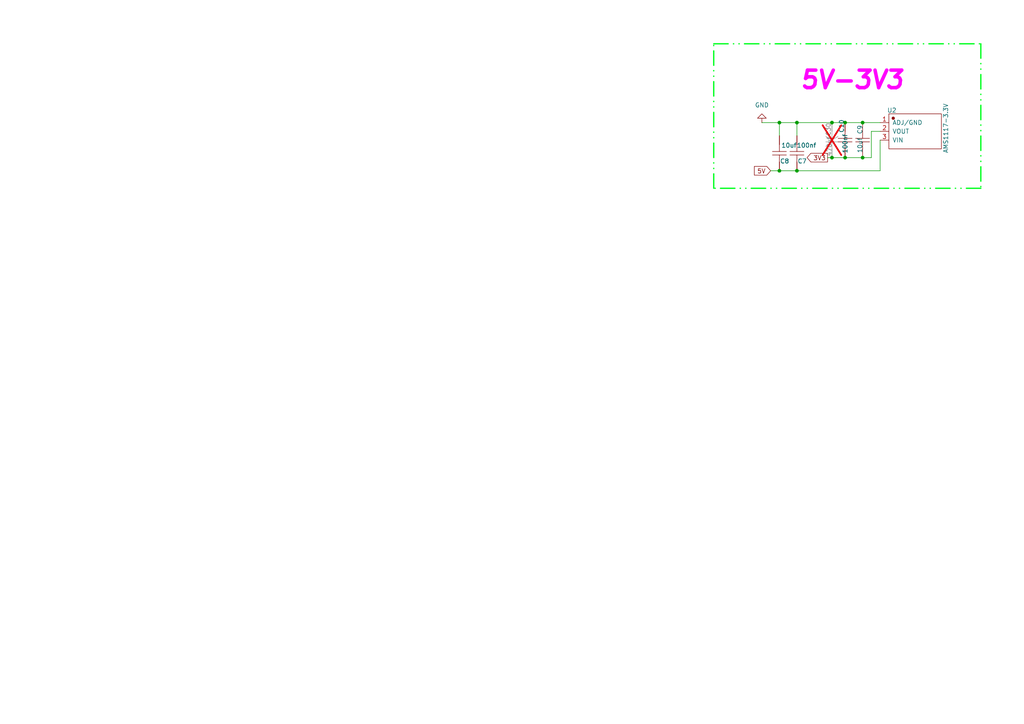
<source format=kicad_sch>
(kicad_sch (version 20231120) (generator "eeschema") (generator_version "8.0")
  (paper "A4")
  (title_block (title "5-3V3") (date "2025-01-24") (rev "Dennis_Re_Yoonjiho"))
  (lib_symbols
    (symbol "Ts_Foc_Vo符号库:AMS1117-3.3V" (pin_names (offset 1.016))
      (property "Reference" "U" (at -4.318 6.096 0))
      (property "Value" "AMS1117-3.3V" (at 2.54 -6.096 0))
      (symbol "AMS1117-3.3V_1_1"
        (rectangle (start -5.08 5.08) (end 10.16 -5.08) (stroke (width 0.1524)))
        (circle (center -3.81 3.81) (radius 0.381) (stroke (width 0.1524)) (fill (type outline)))
        (pin input line (at -7.62 2.54 0) (length 2.54) (name "ADJ/GND") (number "1"))
        (pin input line (at -7.62 0 0) (length 2.54) (name "VOUT") (number "2"))
        (pin input line (at -7.62 -2.54 0) (length 2.54) (name "VIN") (number "3"))
      )
    )
    (symbol "Ts_Foc_Vo符号库:CAP" (pin_numbers hide) (pin_names (offset 1.016) hide)
      (property "Reference" "C" (at -2.286 1.524 0))
      (property "Value" "Value" (at 3.81 1.524 0))
      (symbol "CAP_1_1"
        (polyline (pts (xy -0.508 -2.032) (xy -0.508 2.032)) (stroke (width 0.1524)))
        (polyline (pts (xy -0.508 0) (xy -2.54 0)) (stroke (width 0.1524)))
        (polyline (pts (xy 0.508 2.032) (xy 0.508 -2.032)) (stroke (width 0.1524)))
        (polyline (pts (xy 2.54 0) (xy 0.508 0)) (stroke (width 0.1524)))
        (pin input line (at -5.08 0 0) (length 2.54) (name "1") (number "1"))
        (pin input line (at 5.08 0 180) (length 2.54) (name "2") (number "2"))
      )
    )
    (symbol "Ts_Foc_Vo符号库:Cap_Electrolytic" (pin_numbers hide) (pin_names (offset 1.016) hide)
      (property "Reference" "C" (at -4.318 2.286 0))
      (property "Value" "Cap_Electrolytic" (at 4.826 3.048 0))
      (symbol "Cap_Electrolytic_1_1"
        (polyline (pts (xy -2.54 0) (xy -0.508 0)) (stroke (width 0.1524)))
        (polyline (pts (xy -2.286 1.27) (xy -1.27 1.27)) (stroke (width 0.1524)))
        (polyline (pts (xy -1.778 1.778) (xy -1.778 0.762)) (stroke (width 0.1524)))
        (polyline (pts (xy -0.508 1.778) (xy -0.508 -1.778)) (stroke (width 0.1524)))
        (polyline (pts (xy 0.508 0) (xy 2.54 0)) (stroke (width 0.1524)))
        (arc (start 1.143 1.778) (mid 0.4139 0.0089) (end 1.1176 -1.778) (stroke (width 0.1524)))
        (pin input line (at -5.08 0 0) (length 2.54) (name "1") (number "1"))
        (pin input line (at 5.08 0 180) (length 2.54) (name "2") (number "2"))
      )
    )
    (symbol "power:GND" (power) (pin_numbers hide) (pin_names (offset 0) hide)
      (property "Value" "GND" (at 0 -3.81 0))
      (symbol "GND_0_1"
        (polyline (pts (xy 0 0) (xy 0 -1.27) (xy 1.27 -1.27) (xy 0 -2.54) (xy -1.27 -1.27) (xy 0 -1.27)))
      )
      (symbol "GND_1_1"
        (pin power_in line (at 0 0 270) (length 0) (name "~") (number "1"))
      )
    )
  )
  (junction (at 250.19 45.72))
  (junction (at 241.3 35.56))
  (junction (at 226.06 35.56))
  (junction (at 250.19 35.56))
  (junction (at 231.14 35.56))
  (junction (at 231.14 49.53))
  (junction (at 241.3 45.72))
  (junction (at 245.11 45.72))
  (junction (at 226.06 49.53))
  (junction (at 245.11 35.56))
  (wire (pts (xy 231.14 35.56) (xy 241.3 35.56)))
  (bus (pts (xy 207.01 54.61) (xy 207.01 12.7)) (stroke (width 0.381) (type dash_dot_dot) (color 0 255 30 1)))
  (wire (pts (xy 250.19 35.56) (xy 255.27 35.56)))
  (bus (pts (xy 284.48 54.61) (xy 207.01 54.61)) (stroke (width 0.381) (type dash_dot_dot) (color 0 255 30 1)))
  (wire (pts (xy 226.06 39.37) (xy 226.06 35.56)))
  (wire (pts (xy 240.03 45.72) (xy 241.3 45.72)))
  (wire (pts (xy 255.27 40.64) (xy 255.27 49.53)))
  (wire (pts (xy 245.11 35.56) (xy 250.19 35.56)))
  (wire (pts (xy 226.06 35.56) (xy 231.14 35.56)))
  (wire (pts (xy 245.11 45.72) (xy 250.19 45.72)))
  (wire (pts (xy 252.73 38.1) (xy 252.73 45.72)))
  (wire (pts (xy 220.98 35.56) (xy 226.06 35.56)))
  (wire (pts (xy 231.14 49.53) (xy 255.27 49.53)))
  (bus (pts (xy 207.01 12.7) (xy 284.48 12.7)) (stroke (width 0.381) (type dash_dot_dot) (color 0 255 30 1)))
  (wire (pts (xy 226.06 49.53) (xy 231.14 49.53)))
  (wire (pts (xy 255.27 38.1) (xy 252.73 38.1)))
  (wire (pts (xy 231.14 39.37) (xy 231.14 35.56)))
  (wire (pts (xy 241.3 35.56) (xy 245.11 35.56)))
  (wire (pts (xy 223.52 49.53) (xy 226.06 49.53)))
  (bus (pts (xy 284.48 12.7) (xy 284.48 54.61)) (stroke (width 0.381) (type dash_dot_dot) (color 0 255 30 1)))
  (wire (pts (xy 250.19 45.72) (xy 252.73 45.72)))
  (wire (pts (xy 241.3 45.72) (xy 245.11 45.72)))
  (text "5V-3V3\n" (exclude_from_sim yes) (at 247.142 23.368 0) (effects (font (size 5.08 5.08) (thickness 1.016) (bold yes) (italic yes))))
  (global_label "5V" (shape input) (at 223.52 49.53 180) (property "Intersheetrefs" "${INTERSHEET_REFS}" (effects (hide yes))))
  (global_label "3V3" (shape output) (at 240.03 45.72 180) (property "Intersheetrefs" "${INTERSHEET_REFS}" (effects (hide yes))))
  (symbol (lib_id "Ts_Foc_Vo符号库:CAP") (at 245.11 40.64 270) (unit 1)
    (property "Reference" "C10" (at 244.094 36.576 0))
    (property "Value" "100nf" (at 245.11 41.656 0))
    (property "Footprint" "Ts_Foc_Vo封装库:CAP_0402" (effects (hide yes)))
    (property "Datasheet" "http://www.szlcsc.com/product/details_602003.html" (effects (hide yes)))
    (property "SuppliersPartNumber" "C575438" (effects (hide yes)))
    (property "uuid" "std:0b682b3549a44c2f91624e74dc370f45" (effects (hide yes)))
  )
  (symbol (lib_id "Ts_Foc_Vo符号库:CAP") (at 231.14 44.45 90) (unit 1)
    (property "Reference" "C7" (at 232.664 46.736 90))
    (property "Value" "100nf" (at 233.934 42.164 90))
    (property "Footprint" "Ts_Foc_Vo封装库:CAP_0402" (effects (hide yes)))
    (property "Datasheet" "http://www.szlcsc.com/product/details_602003.html" (effects (hide yes)))
    (property "SuppliersPartNumber" "C575438" (effects (hide yes)))
    (property "uuid" "std:0b682b3549a44c2f91624e74dc370f45" (effects (hide yes)))
  )
  (symbol (lib_id "Ts_Foc_Vo符号库:CAP") (at 250.19 40.64 270) (unit 1)
    (property "Reference" "C9" (at 249.428 37.592 0))
    (property "Value" "10uf" (at 249.428 42.164 0))
    (property "Footprint" "Ts_Foc_Vo封装库:CAP_0402" (effects (hide yes)))
    (property "Datasheet" "http://www.szlcsc.com/product/details_602003.html" (effects (hide yes)))
    (property "SuppliersPartNumber" "C575438" (effects (hide yes)))
    (property "uuid" "std:0b682b3549a44c2f91624e74dc370f45" (effects (hide yes)))
  )
  (symbol (lib_id "Ts_Foc_Vo符号库:CAP") (at 226.06 44.45 90) (unit 1)
    (property "Reference" "C8" (at 227.584 46.736 90))
    (property "Value" "10uf" (at 228.854 42.164 90))
    (property "Footprint" "Ts_Foc_Vo封装库:CAP_0402" (effects (hide yes)))
    (property "Datasheet" "http://www.szlcsc.com/product/details_602003.html" (effects (hide yes)))
    (property "SuppliersPartNumber" "C575438" (effects (hide yes)))
    (property "uuid" "std:0b682b3549a44c2f91624e74dc370f45" (effects (hide yes)))
  )
  (symbol (lib_id "power:GND") (at 220.98 35.56 180) (unit 1)
    (property "Reference" "#PWR06" (effects (hide yes)))
    (property "Value" "GND" (at 220.98 30.48 0))
    (property "Description" "Power symbol creates a global label with name \"GND\" , ground" (effects (hide yes)))
  )
  (symbol (lib_id "Ts_Foc_Vo符号库:Cap_Electrolytic") (at 241.3 40.64 90) (unit 1) (exclude_from_sim yes) (in_bom no) (on_board no) (dnp yes)
    (property "Reference" "C30" (at 240.284 35.56 0) (effects (justify right)))
    (property "Value" "470uf" (at 240.538 39.624 0) (effects (justify right)))
    (property "Footprint" "Ts_Foc_Vo封装库:Cap_Electrolytic" (effects (hide yes)))
    (property "SuppliersPartNumber" "C2960233" (effects (hide yes)))
    (property "uuid" "std:f2c4c4acb06341a6b501ff67d9191846" (effects (hide yes)))
  )
  (symbol (lib_id "Ts_Foc_Vo符号库:AMS1117-3.3V") (at 262.89 38.1 0) (unit 1)
    (property "Reference" "U2" (at 257.302 32.004 0) (effects (justify left)))
    (property "Value" "AMS1117-3.3V" (at 274.32 44.45 90) (effects (justify left)))
    (property "Footprint" "Ts_Foc_Vo封装库:AMS1117_SOT-89" (effects (hide yes)))
    (property "SuppliersPartNumber" "C5120796" (effects (hide yes)))
    (property "uuid" "std:dd1bd0a9f0b849aeb788b05bdd214157" (effects (hide yes)))
  )
)
</source>
